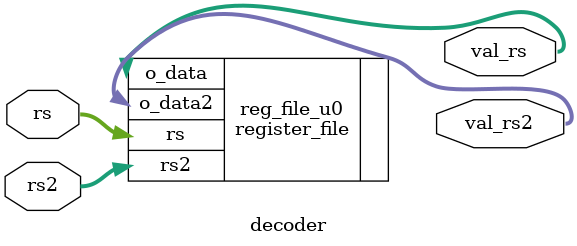
<source format=v>
`timescale 1ns / 1ps

module decoder (
    input [4:0] rs,
    input [4:0] rs2,

    output [31:0] val_rs,
    output [31:0] val_rs2 
    );

    register_file reg_file_u0 (
        .rs(rs),
        .rs2(rs2),
        .o_data(val_rs),
        .o_data2(val_rs2)
    );

endmodule

</source>
